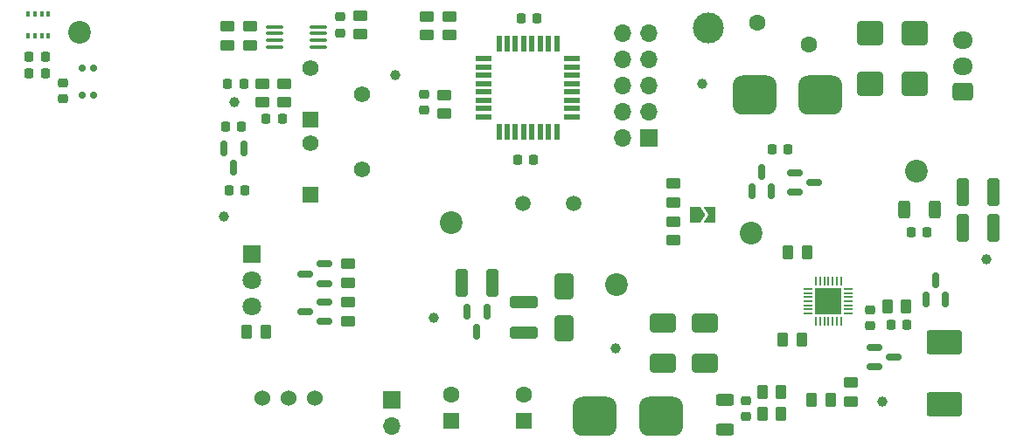
<source format=gbr>
%TF.GenerationSoftware,KiCad,Pcbnew,7.0.8-7.0.8~ubuntu22.04.1*%
%TF.CreationDate,2023-11-02T09:44:39+03:00*%
%TF.ProjectId,outdoor-module,6f757464-6f6f-4722-9d6d-6f64756c652e,rev?*%
%TF.SameCoordinates,Original*%
%TF.FileFunction,Soldermask,Top*%
%TF.FilePolarity,Negative*%
%FSLAX46Y46*%
G04 Gerber Fmt 4.6, Leading zero omitted, Abs format (unit mm)*
G04 Created by KiCad (PCBNEW 7.0.8-7.0.8~ubuntu22.04.1) date 2023-11-02 09:44:39*
%MOMM*%
%LPD*%
G01*
G04 APERTURE LIST*
G04 Aperture macros list*
%AMRoundRect*
0 Rectangle with rounded corners*
0 $1 Rounding radius*
0 $2 $3 $4 $5 $6 $7 $8 $9 X,Y pos of 4 corners*
0 Add a 4 corners polygon primitive as box body*
4,1,4,$2,$3,$4,$5,$6,$7,$8,$9,$2,$3,0*
0 Add four circle primitives for the rounded corners*
1,1,$1+$1,$2,$3*
1,1,$1+$1,$4,$5*
1,1,$1+$1,$6,$7*
1,1,$1+$1,$8,$9*
0 Add four rect primitives between the rounded corners*
20,1,$1+$1,$2,$3,$4,$5,0*
20,1,$1+$1,$4,$5,$6,$7,0*
20,1,$1+$1,$6,$7,$8,$9,0*
20,1,$1+$1,$8,$9,$2,$3,0*%
%AMFreePoly0*
4,1,6,1.000000,0.000000,0.500000,-0.750000,-0.500000,-0.750000,-0.500000,0.750000,0.500000,0.750000,1.000000,0.000000,1.000000,0.000000,$1*%
%AMFreePoly1*
4,1,6,0.500000,-0.750000,-0.650000,-0.750000,-0.150000,0.000000,-0.650000,0.750000,0.500000,0.750000,0.500000,-0.750000,0.500000,-0.750000,$1*%
G04 Aperture macros list end*
%ADD10RoundRect,0.250000X-1.000000X-0.900000X1.000000X-0.900000X1.000000X0.900000X-1.000000X0.900000X0*%
%ADD11RoundRect,0.250000X-0.450000X0.262500X-0.450000X-0.262500X0.450000X-0.262500X0.450000X0.262500X0*%
%ADD12RoundRect,0.952500X-1.167500X-0.952500X1.167500X-0.952500X1.167500X0.952500X-1.167500X0.952500X0*%
%ADD13RoundRect,0.250000X0.450000X-0.262500X0.450000X0.262500X-0.450000X0.262500X-0.450000X-0.262500X0*%
%ADD14C,2.200000*%
%ADD15RoundRect,0.225000X-0.225000X-0.250000X0.225000X-0.250000X0.225000X0.250000X-0.225000X0.250000X0*%
%ADD16C,1.500000*%
%ADD17RoundRect,0.250000X-0.325000X-1.100000X0.325000X-1.100000X0.325000X1.100000X-0.325000X1.100000X0*%
%ADD18RoundRect,0.150000X-0.150000X0.587500X-0.150000X-0.587500X0.150000X-0.587500X0.150000X0.587500X0*%
%ADD19RoundRect,0.225000X0.225000X0.250000X-0.225000X0.250000X-0.225000X-0.250000X0.225000X-0.250000X0*%
%ADD20C,3.000000*%
%ADD21RoundRect,0.150000X0.587500X0.150000X-0.587500X0.150000X-0.587500X-0.150000X0.587500X-0.150000X0*%
%ADD22C,1.000000*%
%ADD23RoundRect,0.235000X-1.465000X0.940000X-1.465000X-0.940000X1.465000X-0.940000X1.465000X0.940000X0*%
%ADD24RoundRect,0.225000X0.250000X-0.225000X0.250000X0.225000X-0.250000X0.225000X-0.250000X-0.225000X0*%
%ADD25FreePoly0,0.000000*%
%ADD26FreePoly1,0.000000*%
%ADD27R,1.800000X1.800000*%
%ADD28C,1.800000*%
%ADD29RoundRect,0.952500X1.167500X0.952500X-1.167500X0.952500X-1.167500X-0.952500X1.167500X-0.952500X0*%
%ADD30RoundRect,0.225000X-0.250000X0.225000X-0.250000X-0.225000X0.250000X-0.225000X0.250000X0.225000X0*%
%ADD31R,1.700000X1.700000*%
%ADD32O,1.700000X1.700000*%
%ADD33RoundRect,0.250000X-0.312500X-0.625000X0.312500X-0.625000X0.312500X0.625000X-0.312500X0.625000X0*%
%ADD34R,0.350000X0.500000*%
%ADD35R,1.600000X1.600000*%
%ADD36C,1.600000*%
%ADD37RoundRect,0.250000X1.000000X0.650000X-1.000000X0.650000X-1.000000X-0.650000X1.000000X-0.650000X0*%
%ADD38RoundRect,0.250000X0.262500X0.450000X-0.262500X0.450000X-0.262500X-0.450000X0.262500X-0.450000X0*%
%ADD39C,0.700000*%
%ADD40R,1.560000X1.560000*%
%ADD41C,1.560000*%
%ADD42R,0.550000X1.600000*%
%ADD43R,1.600000X0.550000*%
%ADD44RoundRect,0.150000X-0.587500X-0.150000X0.587500X-0.150000X0.587500X0.150000X-0.587500X0.150000X0*%
%ADD45RoundRect,0.250000X-0.262500X-0.450000X0.262500X-0.450000X0.262500X0.450000X-0.262500X0.450000X0*%
%ADD46RoundRect,0.100000X-0.712500X-0.100000X0.712500X-0.100000X0.712500X0.100000X-0.712500X0.100000X0*%
%ADD47RoundRect,0.250000X1.100000X-0.325000X1.100000X0.325000X-1.100000X0.325000X-1.100000X-0.325000X0*%
%ADD48C,1.524000*%
%ADD49RoundRect,0.250000X0.650000X-1.000000X0.650000X1.000000X-0.650000X1.000000X-0.650000X-1.000000X0*%
%ADD50RoundRect,0.050000X-0.050000X0.387500X-0.050000X-0.387500X0.050000X-0.387500X0.050000X0.387500X0*%
%ADD51RoundRect,0.050000X-0.387500X0.050000X-0.387500X-0.050000X0.387500X-0.050000X0.387500X0.050000X0*%
%ADD52R,2.600000X2.600000*%
%ADD53RoundRect,0.150000X0.150000X-0.587500X0.150000X0.587500X-0.150000X0.587500X-0.150000X-0.587500X0*%
%ADD54RoundRect,0.250000X0.725000X-0.600000X0.725000X0.600000X-0.725000X0.600000X-0.725000X-0.600000X0*%
%ADD55O,1.950000X1.700000*%
%ADD56RoundRect,0.250000X0.625000X-0.312500X0.625000X0.312500X-0.625000X0.312500X-0.625000X-0.312500X0*%
G04 APERTURE END LIST*
D10*
%TO.C,D7*%
X123550000Y-47500000D03*
X127850000Y-47500000D03*
%TD*%
D11*
%TO.C,R3*%
X82800000Y-40987500D03*
X82800000Y-42812500D03*
%TD*%
D12*
%TO.C,F1*%
X96875000Y-79800000D03*
X103285000Y-79800000D03*
%TD*%
D13*
%TO.C,R30*%
X121700000Y-78312500D03*
X121700000Y-76487500D03*
%TD*%
D14*
%TO.C,H3*%
X99000000Y-67000000D03*
%TD*%
D10*
%TO.C,D6*%
X123550000Y-42600000D03*
X127850000Y-42600000D03*
%TD*%
D15*
%TO.C,C19*%
X61120000Y-51662500D03*
X62670000Y-51662500D03*
%TD*%
D16*
%TO.C,X1*%
X94800000Y-59100000D03*
X89920000Y-59100000D03*
%TD*%
D17*
%TO.C,C34*%
X132525000Y-58000000D03*
X135475000Y-58000000D03*
%TD*%
D18*
%TO.C,U3*%
X86418750Y-69656250D03*
X84518750Y-69656250D03*
X85468750Y-71531250D03*
%TD*%
D17*
%TO.C,C35*%
X132525000Y-61500000D03*
X135475000Y-61500000D03*
%TD*%
D19*
%TO.C,C32*%
X127075000Y-70900000D03*
X125525000Y-70900000D03*
%TD*%
D13*
%TO.C,R2*%
X73000000Y-66812500D03*
X73000000Y-64987500D03*
%TD*%
D11*
%TO.C,R6*%
X82280000Y-48587500D03*
X82280000Y-50412500D03*
%TD*%
D20*
%TO.C,TP2*%
X107900000Y-42100000D03*
%TD*%
D11*
%TO.C,R10*%
X63512500Y-41937500D03*
X63512500Y-43762500D03*
%TD*%
D19*
%TO.C,C1*%
X90975000Y-54900000D03*
X89425000Y-54900000D03*
%TD*%
D21*
%TO.C,Q1*%
X70700000Y-70550000D03*
X70700000Y-68650000D03*
X68825000Y-69600000D03*
%TD*%
D13*
%TO.C,R25*%
X64700000Y-49312500D03*
X64700000Y-47487500D03*
%TD*%
D22*
%TO.C,TP7*%
X62000000Y-49300000D03*
%TD*%
D17*
%TO.C,C20*%
X83993750Y-66793750D03*
X86943750Y-66793750D03*
%TD*%
D15*
%TO.C,C37*%
X61345000Y-47500000D03*
X62895000Y-47500000D03*
%TD*%
D11*
%TO.C,R8*%
X104500000Y-57187500D03*
X104500000Y-59012500D03*
%TD*%
D23*
%TO.C,L3*%
X130700000Y-72575000D03*
X130700000Y-78625000D03*
%TD*%
D24*
%TO.C,C33*%
X45400000Y-48975000D03*
X45400000Y-47425000D03*
%TD*%
D25*
%TO.C,JP1*%
X106575000Y-60200000D03*
D26*
X108025000Y-60200000D03*
%TD*%
D22*
%TO.C,TP1*%
X98900000Y-73200000D03*
%TD*%
D15*
%TO.C,C40*%
X65045000Y-50900000D03*
X66595000Y-50900000D03*
%TD*%
D27*
%TO.C,D1*%
X63700000Y-64050000D03*
D28*
X63700000Y-66590000D03*
X63700000Y-69130000D03*
%TD*%
D29*
%TO.C,F2*%
X118725000Y-48600000D03*
X112315000Y-48600000D03*
%TD*%
D30*
%TO.C,C23*%
X72200000Y-41025000D03*
X72200000Y-42575000D03*
%TD*%
D24*
%TO.C,C39*%
X111500000Y-79775000D03*
X111500000Y-78225000D03*
%TD*%
D11*
%TO.C,R26*%
X66800000Y-47487500D03*
X66800000Y-49312500D03*
%TD*%
D31*
%TO.C,J2*%
X102075000Y-52775000D03*
D32*
X99535000Y-52775000D03*
X102075000Y-50235000D03*
X99535000Y-50235000D03*
X102075000Y-47695000D03*
X99535000Y-47695000D03*
X102075000Y-45155000D03*
X99535000Y-45155000D03*
X102075000Y-42615000D03*
X99535000Y-42615000D03*
%TD*%
D19*
%TO.C,C2*%
X91275000Y-41200000D03*
X89725000Y-41200000D03*
%TD*%
D15*
%TO.C,C15*%
X61445000Y-57862500D03*
X62995000Y-57862500D03*
%TD*%
D33*
%TO.C,R16*%
X126837500Y-59700000D03*
X129762500Y-59700000D03*
%TD*%
D22*
%TO.C,TP8*%
X107300000Y-47500000D03*
%TD*%
D34*
%TO.C,U7*%
X42025000Y-40775000D03*
X42675000Y-40775000D03*
X43325000Y-40775000D03*
X43975000Y-40775000D03*
X43975000Y-42825000D03*
X43325000Y-42825000D03*
X42675000Y-42825000D03*
X42025000Y-42825000D03*
%TD*%
D35*
%TO.C,C7*%
X90015000Y-80182380D03*
D36*
X90015000Y-77682380D03*
%TD*%
D37*
%TO.C,D3*%
X107500000Y-70700000D03*
X103500000Y-70700000D03*
%TD*%
D21*
%TO.C,Q2*%
X70688060Y-66900000D03*
X70688060Y-65000000D03*
X68813060Y-65950000D03*
%TD*%
D15*
%TO.C,C25*%
X127525000Y-61900000D03*
X129075000Y-61900000D03*
%TD*%
D38*
%TO.C,R20*%
X116912500Y-72300000D03*
X115087500Y-72300000D03*
%TD*%
D11*
%TO.C,R9*%
X104500000Y-60887500D03*
X104500000Y-62712500D03*
%TD*%
D18*
%TO.C,U5*%
X62870000Y-53787500D03*
X60970000Y-53787500D03*
X61920000Y-55662500D03*
%TD*%
D36*
%TO.C,RV2*%
X112600000Y-41600000D03*
X117600000Y-43700000D03*
%TD*%
D11*
%TO.C,R11*%
X61312500Y-41950000D03*
X61312500Y-43775000D03*
%TD*%
D14*
%TO.C,H5*%
X47000000Y-42500000D03*
%TD*%
D39*
%TO.C,MK1*%
X47230000Y-48630000D03*
X47230000Y-45970000D03*
X48370000Y-45970000D03*
X48370000Y-48630000D03*
%TD*%
D40*
%TO.C,RV3*%
X69380000Y-51000000D03*
D41*
X74380000Y-48500000D03*
X69380000Y-46000000D03*
%TD*%
D38*
%TO.C,R24*%
X114912500Y-79500000D03*
X113087500Y-79500000D03*
%TD*%
D35*
%TO.C,C3*%
X83000000Y-80182380D03*
D36*
X83000000Y-77682380D03*
%TD*%
D42*
%TO.C,U1*%
X87600000Y-52150000D03*
X88400000Y-52150000D03*
X89200000Y-52150000D03*
X90000000Y-52150000D03*
X90800000Y-52150000D03*
X91600000Y-52150000D03*
X92400000Y-52150000D03*
X93200000Y-52150000D03*
D43*
X94650000Y-50700000D03*
X94650000Y-49900000D03*
X94650000Y-49100000D03*
X94650000Y-48300000D03*
X94650000Y-47500000D03*
X94650000Y-46700000D03*
X94650000Y-45900000D03*
X94650000Y-45100000D03*
D42*
X93200000Y-43650000D03*
X92400000Y-43650000D03*
X91600000Y-43650000D03*
X90800000Y-43650000D03*
X90000000Y-43650000D03*
X89200000Y-43650000D03*
X88400000Y-43650000D03*
X87600000Y-43650000D03*
D43*
X86150000Y-45100000D03*
X86150000Y-45900000D03*
X86150000Y-46700000D03*
X86150000Y-47500000D03*
X86150000Y-48300000D03*
X86150000Y-49100000D03*
X86150000Y-49900000D03*
X86150000Y-50700000D03*
%TD*%
D14*
%TO.C,H2*%
X128000000Y-56000000D03*
%TD*%
D13*
%TO.C,R1*%
X73000000Y-70512500D03*
X73000000Y-68687500D03*
%TD*%
D44*
%TO.C,Q4*%
X116262500Y-56150000D03*
X116262500Y-58050000D03*
X118137500Y-57100000D03*
%TD*%
D45*
%TO.C,R29*%
X117887500Y-78200000D03*
X119712500Y-78200000D03*
%TD*%
D46*
%TO.C,U6*%
X65900000Y-41975000D03*
X65900000Y-42625000D03*
X65900000Y-43275000D03*
X65900000Y-43925000D03*
X70125000Y-43925000D03*
X70125000Y-43275000D03*
X70125000Y-42625000D03*
X70125000Y-41975000D03*
%TD*%
D15*
%TO.C,C17*%
X42100000Y-44900000D03*
X43650000Y-44900000D03*
%TD*%
%TO.C,C16*%
X42100000Y-46500000D03*
X43650000Y-46500000D03*
%TD*%
D47*
%TO.C,C14*%
X89968750Y-71668750D03*
X89968750Y-68718750D03*
%TD*%
D48*
%TO.C,U2*%
X69740000Y-78000000D03*
X67200000Y-78000000D03*
X64660000Y-78000000D03*
%TD*%
D22*
%TO.C,TP10*%
X77600000Y-46700000D03*
%TD*%
D30*
%TO.C,C4*%
X80330000Y-48525000D03*
X80330000Y-50075000D03*
%TD*%
D22*
%TO.C,TP9*%
X124700000Y-78300000D03*
%TD*%
D11*
%TO.C,R5*%
X80600000Y-40987500D03*
X80600000Y-42812500D03*
%TD*%
D40*
%TO.C,RV1*%
X69360000Y-58300000D03*
D41*
X74360000Y-55800000D03*
X69360000Y-53300000D03*
%TD*%
D49*
%TO.C,D2*%
X93868750Y-71193750D03*
X93868750Y-67193750D03*
%TD*%
D38*
%TO.C,R19*%
X117412500Y-63900000D03*
X115587500Y-63900000D03*
%TD*%
D50*
%TO.C,U8*%
X120700000Y-66662500D03*
X120300000Y-66662500D03*
X119900000Y-66662500D03*
X119500000Y-66662500D03*
X119100000Y-66662500D03*
X118700000Y-66662500D03*
X118300000Y-66662500D03*
D51*
X117562500Y-67400000D03*
X117562500Y-67800000D03*
X117562500Y-68200000D03*
X117562500Y-68600000D03*
X117562500Y-69000000D03*
X117562500Y-69400000D03*
X117562500Y-69800000D03*
D50*
X118300000Y-70537500D03*
X118700000Y-70537500D03*
X119100000Y-70537500D03*
X119500000Y-70537500D03*
X119900000Y-70537500D03*
X120300000Y-70537500D03*
X120700000Y-70537500D03*
D51*
X121437500Y-69800000D03*
X121437500Y-69400000D03*
X121437500Y-69000000D03*
X121437500Y-68600000D03*
X121437500Y-68200000D03*
X121437500Y-67800000D03*
X121437500Y-67400000D03*
D52*
X119500000Y-68600000D03*
%TD*%
D44*
%TO.C,Q6*%
X123962500Y-73050000D03*
X123962500Y-74950000D03*
X125837500Y-74000000D03*
%TD*%
D45*
%TO.C,R28*%
X113087500Y-77400000D03*
X114912500Y-77400000D03*
%TD*%
D11*
%TO.C,R15*%
X74200000Y-40887500D03*
X74200000Y-42712500D03*
%TD*%
D31*
%TO.C,J1*%
X77225000Y-78150000D03*
D32*
X77225000Y-80690000D03*
%TD*%
D14*
%TO.C,H1*%
X112000000Y-62000000D03*
%TD*%
D45*
%TO.C,R4*%
X63187500Y-71600000D03*
X65012500Y-71600000D03*
%TD*%
D15*
%TO.C,C21*%
X114025000Y-53900000D03*
X115575000Y-53900000D03*
%TD*%
D14*
%TO.C,H4*%
X83000000Y-61000000D03*
%TD*%
D22*
%TO.C,TP6*%
X134800000Y-64500000D03*
%TD*%
D53*
%TO.C,Q5*%
X128950000Y-68437500D03*
X130850000Y-68437500D03*
X129900000Y-66562500D03*
%TD*%
D22*
%TO.C,TP3*%
X61000000Y-60400000D03*
%TD*%
%TO.C,TP4*%
X81268750Y-70193750D03*
%TD*%
D53*
%TO.C,Q3*%
X112100000Y-57937500D03*
X114000000Y-57937500D03*
X113050000Y-56062500D03*
%TD*%
D37*
%TO.C,D5*%
X107500000Y-74600000D03*
X103500000Y-74600000D03*
%TD*%
D38*
%TO.C,R22*%
X127012500Y-69100000D03*
X125187500Y-69100000D03*
%TD*%
D54*
%TO.C,J4*%
X132475000Y-48300000D03*
D55*
X132475000Y-45800000D03*
X132475000Y-43300000D03*
%TD*%
D56*
%TO.C,R27*%
X109500000Y-81062500D03*
X109500000Y-78137500D03*
%TD*%
D30*
%TO.C,C26*%
X123500000Y-69425000D03*
X123500000Y-70975000D03*
%TD*%
M02*

</source>
